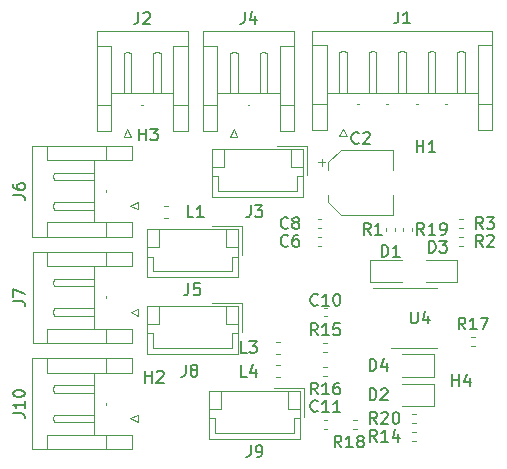
<source format=gbr>
%TF.GenerationSoftware,KiCad,Pcbnew,8.0.1*%
%TF.CreationDate,2024-04-14T22:55:27+02:00*%
%TF.ProjectId,printhead-pcb,7072696e-7468-4656-9164-2d7063622e6b,rev?*%
%TF.SameCoordinates,Original*%
%TF.FileFunction,Legend,Top*%
%TF.FilePolarity,Positive*%
%FSLAX46Y46*%
G04 Gerber Fmt 4.6, Leading zero omitted, Abs format (unit mm)*
G04 Created by KiCad (PCBNEW 8.0.1) date 2024-04-14 22:55:27*
%MOMM*%
%LPD*%
G01*
G04 APERTURE LIST*
%ADD10C,0.150000*%
%ADD11C,0.120000*%
G04 APERTURE END LIST*
D10*
X131261905Y-66304819D02*
X131261905Y-65304819D01*
X131261905Y-65304819D02*
X131500000Y-65304819D01*
X131500000Y-65304819D02*
X131642857Y-65352438D01*
X131642857Y-65352438D02*
X131738095Y-65447676D01*
X131738095Y-65447676D02*
X131785714Y-65542914D01*
X131785714Y-65542914D02*
X131833333Y-65733390D01*
X131833333Y-65733390D02*
X131833333Y-65876247D01*
X131833333Y-65876247D02*
X131785714Y-66066723D01*
X131785714Y-66066723D02*
X131738095Y-66161961D01*
X131738095Y-66161961D02*
X131642857Y-66257200D01*
X131642857Y-66257200D02*
X131500000Y-66304819D01*
X131500000Y-66304819D02*
X131261905Y-66304819D01*
X132785714Y-66304819D02*
X132214286Y-66304819D01*
X132500000Y-66304819D02*
X132500000Y-65304819D01*
X132500000Y-65304819D02*
X132404762Y-65447676D01*
X132404762Y-65447676D02*
X132309524Y-65542914D01*
X132309524Y-65542914D02*
X132214286Y-65590533D01*
X100054819Y-61083333D02*
X100769104Y-61083333D01*
X100769104Y-61083333D02*
X100911961Y-61130952D01*
X100911961Y-61130952D02*
X101007200Y-61226190D01*
X101007200Y-61226190D02*
X101054819Y-61369047D01*
X101054819Y-61369047D02*
X101054819Y-61464285D01*
X100054819Y-60178571D02*
X100054819Y-60369047D01*
X100054819Y-60369047D02*
X100102438Y-60464285D01*
X100102438Y-60464285D02*
X100150057Y-60511904D01*
X100150057Y-60511904D02*
X100292914Y-60607142D01*
X100292914Y-60607142D02*
X100483390Y-60654761D01*
X100483390Y-60654761D02*
X100864342Y-60654761D01*
X100864342Y-60654761D02*
X100959580Y-60607142D01*
X100959580Y-60607142D02*
X101007200Y-60559523D01*
X101007200Y-60559523D02*
X101054819Y-60464285D01*
X101054819Y-60464285D02*
X101054819Y-60273809D01*
X101054819Y-60273809D02*
X101007200Y-60178571D01*
X101007200Y-60178571D02*
X100959580Y-60130952D01*
X100959580Y-60130952D02*
X100864342Y-60083333D01*
X100864342Y-60083333D02*
X100626247Y-60083333D01*
X100626247Y-60083333D02*
X100531009Y-60130952D01*
X100531009Y-60130952D02*
X100483390Y-60178571D01*
X100483390Y-60178571D02*
X100435771Y-60273809D01*
X100435771Y-60273809D02*
X100435771Y-60464285D01*
X100435771Y-60464285D02*
X100483390Y-60559523D01*
X100483390Y-60559523D02*
X100531009Y-60607142D01*
X100531009Y-60607142D02*
X100626247Y-60654761D01*
X130857142Y-81954819D02*
X130523809Y-81478628D01*
X130285714Y-81954819D02*
X130285714Y-80954819D01*
X130285714Y-80954819D02*
X130666666Y-80954819D01*
X130666666Y-80954819D02*
X130761904Y-81002438D01*
X130761904Y-81002438D02*
X130809523Y-81050057D01*
X130809523Y-81050057D02*
X130857142Y-81145295D01*
X130857142Y-81145295D02*
X130857142Y-81288152D01*
X130857142Y-81288152D02*
X130809523Y-81383390D01*
X130809523Y-81383390D02*
X130761904Y-81431009D01*
X130761904Y-81431009D02*
X130666666Y-81478628D01*
X130666666Y-81478628D02*
X130285714Y-81478628D01*
X131809523Y-81954819D02*
X131238095Y-81954819D01*
X131523809Y-81954819D02*
X131523809Y-80954819D01*
X131523809Y-80954819D02*
X131428571Y-81097676D01*
X131428571Y-81097676D02*
X131333333Y-81192914D01*
X131333333Y-81192914D02*
X131238095Y-81240533D01*
X132666666Y-81288152D02*
X132666666Y-81954819D01*
X132428571Y-80907200D02*
X132190476Y-81621485D01*
X132190476Y-81621485D02*
X132809523Y-81621485D01*
X137238095Y-77254819D02*
X137238095Y-76254819D01*
X137238095Y-76731009D02*
X137809523Y-76731009D01*
X137809523Y-77254819D02*
X137809523Y-76254819D01*
X138714285Y-76588152D02*
X138714285Y-77254819D01*
X138476190Y-76207200D02*
X138238095Y-76921485D01*
X138238095Y-76921485D02*
X138857142Y-76921485D01*
X130261905Y-78454819D02*
X130261905Y-77454819D01*
X130261905Y-77454819D02*
X130500000Y-77454819D01*
X130500000Y-77454819D02*
X130642857Y-77502438D01*
X130642857Y-77502438D02*
X130738095Y-77597676D01*
X130738095Y-77597676D02*
X130785714Y-77692914D01*
X130785714Y-77692914D02*
X130833333Y-77883390D01*
X130833333Y-77883390D02*
X130833333Y-78026247D01*
X130833333Y-78026247D02*
X130785714Y-78216723D01*
X130785714Y-78216723D02*
X130738095Y-78311961D01*
X130738095Y-78311961D02*
X130642857Y-78407200D01*
X130642857Y-78407200D02*
X130500000Y-78454819D01*
X130500000Y-78454819D02*
X130261905Y-78454819D01*
X131214286Y-77550057D02*
X131261905Y-77502438D01*
X131261905Y-77502438D02*
X131357143Y-77454819D01*
X131357143Y-77454819D02*
X131595238Y-77454819D01*
X131595238Y-77454819D02*
X131690476Y-77502438D01*
X131690476Y-77502438D02*
X131738095Y-77550057D01*
X131738095Y-77550057D02*
X131785714Y-77645295D01*
X131785714Y-77645295D02*
X131785714Y-77740533D01*
X131785714Y-77740533D02*
X131738095Y-77883390D01*
X131738095Y-77883390D02*
X131166667Y-78454819D01*
X131166667Y-78454819D02*
X131785714Y-78454819D01*
X127857142Y-82454819D02*
X127523809Y-81978628D01*
X127285714Y-82454819D02*
X127285714Y-81454819D01*
X127285714Y-81454819D02*
X127666666Y-81454819D01*
X127666666Y-81454819D02*
X127761904Y-81502438D01*
X127761904Y-81502438D02*
X127809523Y-81550057D01*
X127809523Y-81550057D02*
X127857142Y-81645295D01*
X127857142Y-81645295D02*
X127857142Y-81788152D01*
X127857142Y-81788152D02*
X127809523Y-81883390D01*
X127809523Y-81883390D02*
X127761904Y-81931009D01*
X127761904Y-81931009D02*
X127666666Y-81978628D01*
X127666666Y-81978628D02*
X127285714Y-81978628D01*
X128809523Y-82454819D02*
X128238095Y-82454819D01*
X128523809Y-82454819D02*
X128523809Y-81454819D01*
X128523809Y-81454819D02*
X128428571Y-81597676D01*
X128428571Y-81597676D02*
X128333333Y-81692914D01*
X128333333Y-81692914D02*
X128238095Y-81740533D01*
X129380952Y-81883390D02*
X129285714Y-81835771D01*
X129285714Y-81835771D02*
X129238095Y-81788152D01*
X129238095Y-81788152D02*
X129190476Y-81692914D01*
X129190476Y-81692914D02*
X129190476Y-81645295D01*
X129190476Y-81645295D02*
X129238095Y-81550057D01*
X129238095Y-81550057D02*
X129285714Y-81502438D01*
X129285714Y-81502438D02*
X129380952Y-81454819D01*
X129380952Y-81454819D02*
X129571428Y-81454819D01*
X129571428Y-81454819D02*
X129666666Y-81502438D01*
X129666666Y-81502438D02*
X129714285Y-81550057D01*
X129714285Y-81550057D02*
X129761904Y-81645295D01*
X129761904Y-81645295D02*
X129761904Y-81692914D01*
X129761904Y-81692914D02*
X129714285Y-81788152D01*
X129714285Y-81788152D02*
X129666666Y-81835771D01*
X129666666Y-81835771D02*
X129571428Y-81883390D01*
X129571428Y-81883390D02*
X129380952Y-81883390D01*
X129380952Y-81883390D02*
X129285714Y-81931009D01*
X129285714Y-81931009D02*
X129238095Y-81978628D01*
X129238095Y-81978628D02*
X129190476Y-82073866D01*
X129190476Y-82073866D02*
X129190476Y-82264342D01*
X129190476Y-82264342D02*
X129238095Y-82359580D01*
X129238095Y-82359580D02*
X129285714Y-82407200D01*
X129285714Y-82407200D02*
X129380952Y-82454819D01*
X129380952Y-82454819D02*
X129571428Y-82454819D01*
X129571428Y-82454819D02*
X129666666Y-82407200D01*
X129666666Y-82407200D02*
X129714285Y-82359580D01*
X129714285Y-82359580D02*
X129761904Y-82264342D01*
X129761904Y-82264342D02*
X129761904Y-82073866D01*
X129761904Y-82073866D02*
X129714285Y-81978628D01*
X129714285Y-81978628D02*
X129666666Y-81931009D01*
X129666666Y-81931009D02*
X129571428Y-81883390D01*
X129333333Y-56659580D02*
X129285714Y-56707200D01*
X129285714Y-56707200D02*
X129142857Y-56754819D01*
X129142857Y-56754819D02*
X129047619Y-56754819D01*
X129047619Y-56754819D02*
X128904762Y-56707200D01*
X128904762Y-56707200D02*
X128809524Y-56611961D01*
X128809524Y-56611961D02*
X128761905Y-56516723D01*
X128761905Y-56516723D02*
X128714286Y-56326247D01*
X128714286Y-56326247D02*
X128714286Y-56183390D01*
X128714286Y-56183390D02*
X128761905Y-55992914D01*
X128761905Y-55992914D02*
X128809524Y-55897676D01*
X128809524Y-55897676D02*
X128904762Y-55802438D01*
X128904762Y-55802438D02*
X129047619Y-55754819D01*
X129047619Y-55754819D02*
X129142857Y-55754819D01*
X129142857Y-55754819D02*
X129285714Y-55802438D01*
X129285714Y-55802438D02*
X129333333Y-55850057D01*
X129714286Y-55850057D02*
X129761905Y-55802438D01*
X129761905Y-55802438D02*
X129857143Y-55754819D01*
X129857143Y-55754819D02*
X130095238Y-55754819D01*
X130095238Y-55754819D02*
X130190476Y-55802438D01*
X130190476Y-55802438D02*
X130238095Y-55850057D01*
X130238095Y-55850057D02*
X130285714Y-55945295D01*
X130285714Y-55945295D02*
X130285714Y-56040533D01*
X130285714Y-56040533D02*
X130238095Y-56183390D01*
X130238095Y-56183390D02*
X129666667Y-56754819D01*
X129666667Y-56754819D02*
X130285714Y-56754819D01*
X125857142Y-77954819D02*
X125523809Y-77478628D01*
X125285714Y-77954819D02*
X125285714Y-76954819D01*
X125285714Y-76954819D02*
X125666666Y-76954819D01*
X125666666Y-76954819D02*
X125761904Y-77002438D01*
X125761904Y-77002438D02*
X125809523Y-77050057D01*
X125809523Y-77050057D02*
X125857142Y-77145295D01*
X125857142Y-77145295D02*
X125857142Y-77288152D01*
X125857142Y-77288152D02*
X125809523Y-77383390D01*
X125809523Y-77383390D02*
X125761904Y-77431009D01*
X125761904Y-77431009D02*
X125666666Y-77478628D01*
X125666666Y-77478628D02*
X125285714Y-77478628D01*
X126809523Y-77954819D02*
X126238095Y-77954819D01*
X126523809Y-77954819D02*
X126523809Y-76954819D01*
X126523809Y-76954819D02*
X126428571Y-77097676D01*
X126428571Y-77097676D02*
X126333333Y-77192914D01*
X126333333Y-77192914D02*
X126238095Y-77240533D01*
X127666666Y-76954819D02*
X127476190Y-76954819D01*
X127476190Y-76954819D02*
X127380952Y-77002438D01*
X127380952Y-77002438D02*
X127333333Y-77050057D01*
X127333333Y-77050057D02*
X127238095Y-77192914D01*
X127238095Y-77192914D02*
X127190476Y-77383390D01*
X127190476Y-77383390D02*
X127190476Y-77764342D01*
X127190476Y-77764342D02*
X127238095Y-77859580D01*
X127238095Y-77859580D02*
X127285714Y-77907200D01*
X127285714Y-77907200D02*
X127380952Y-77954819D01*
X127380952Y-77954819D02*
X127571428Y-77954819D01*
X127571428Y-77954819D02*
X127666666Y-77907200D01*
X127666666Y-77907200D02*
X127714285Y-77859580D01*
X127714285Y-77859580D02*
X127761904Y-77764342D01*
X127761904Y-77764342D02*
X127761904Y-77526247D01*
X127761904Y-77526247D02*
X127714285Y-77431009D01*
X127714285Y-77431009D02*
X127666666Y-77383390D01*
X127666666Y-77383390D02*
X127571428Y-77335771D01*
X127571428Y-77335771D02*
X127380952Y-77335771D01*
X127380952Y-77335771D02*
X127285714Y-77383390D01*
X127285714Y-77383390D02*
X127238095Y-77431009D01*
X127238095Y-77431009D02*
X127190476Y-77526247D01*
X114916666Y-68554819D02*
X114916666Y-69269104D01*
X114916666Y-69269104D02*
X114869047Y-69411961D01*
X114869047Y-69411961D02*
X114773809Y-69507200D01*
X114773809Y-69507200D02*
X114630952Y-69554819D01*
X114630952Y-69554819D02*
X114535714Y-69554819D01*
X115869047Y-68554819D02*
X115392857Y-68554819D01*
X115392857Y-68554819D02*
X115345238Y-69031009D01*
X115345238Y-69031009D02*
X115392857Y-68983390D01*
X115392857Y-68983390D02*
X115488095Y-68935771D01*
X115488095Y-68935771D02*
X115726190Y-68935771D01*
X115726190Y-68935771D02*
X115821428Y-68983390D01*
X115821428Y-68983390D02*
X115869047Y-69031009D01*
X115869047Y-69031009D02*
X115916666Y-69126247D01*
X115916666Y-69126247D02*
X115916666Y-69364342D01*
X115916666Y-69364342D02*
X115869047Y-69459580D01*
X115869047Y-69459580D02*
X115821428Y-69507200D01*
X115821428Y-69507200D02*
X115726190Y-69554819D01*
X115726190Y-69554819D02*
X115488095Y-69554819D01*
X115488095Y-69554819D02*
X115392857Y-69507200D01*
X115392857Y-69507200D02*
X115345238Y-69459580D01*
X130333333Y-64454819D02*
X130000000Y-63978628D01*
X129761905Y-64454819D02*
X129761905Y-63454819D01*
X129761905Y-63454819D02*
X130142857Y-63454819D01*
X130142857Y-63454819D02*
X130238095Y-63502438D01*
X130238095Y-63502438D02*
X130285714Y-63550057D01*
X130285714Y-63550057D02*
X130333333Y-63645295D01*
X130333333Y-63645295D02*
X130333333Y-63788152D01*
X130333333Y-63788152D02*
X130285714Y-63883390D01*
X130285714Y-63883390D02*
X130238095Y-63931009D01*
X130238095Y-63931009D02*
X130142857Y-63978628D01*
X130142857Y-63978628D02*
X129761905Y-63978628D01*
X131285714Y-64454819D02*
X130714286Y-64454819D01*
X131000000Y-64454819D02*
X131000000Y-63454819D01*
X131000000Y-63454819D02*
X130904762Y-63597676D01*
X130904762Y-63597676D02*
X130809524Y-63692914D01*
X130809524Y-63692914D02*
X130714286Y-63740533D01*
X115333333Y-62954819D02*
X114857143Y-62954819D01*
X114857143Y-62954819D02*
X114857143Y-61954819D01*
X116190476Y-62954819D02*
X115619048Y-62954819D01*
X115904762Y-62954819D02*
X115904762Y-61954819D01*
X115904762Y-61954819D02*
X115809524Y-62097676D01*
X115809524Y-62097676D02*
X115714286Y-62192914D01*
X115714286Y-62192914D02*
X115619048Y-62240533D01*
X134857142Y-64454819D02*
X134523809Y-63978628D01*
X134285714Y-64454819D02*
X134285714Y-63454819D01*
X134285714Y-63454819D02*
X134666666Y-63454819D01*
X134666666Y-63454819D02*
X134761904Y-63502438D01*
X134761904Y-63502438D02*
X134809523Y-63550057D01*
X134809523Y-63550057D02*
X134857142Y-63645295D01*
X134857142Y-63645295D02*
X134857142Y-63788152D01*
X134857142Y-63788152D02*
X134809523Y-63883390D01*
X134809523Y-63883390D02*
X134761904Y-63931009D01*
X134761904Y-63931009D02*
X134666666Y-63978628D01*
X134666666Y-63978628D02*
X134285714Y-63978628D01*
X135809523Y-64454819D02*
X135238095Y-64454819D01*
X135523809Y-64454819D02*
X135523809Y-63454819D01*
X135523809Y-63454819D02*
X135428571Y-63597676D01*
X135428571Y-63597676D02*
X135333333Y-63692914D01*
X135333333Y-63692914D02*
X135238095Y-63740533D01*
X136285714Y-64454819D02*
X136476190Y-64454819D01*
X136476190Y-64454819D02*
X136571428Y-64407200D01*
X136571428Y-64407200D02*
X136619047Y-64359580D01*
X136619047Y-64359580D02*
X136714285Y-64216723D01*
X136714285Y-64216723D02*
X136761904Y-64026247D01*
X136761904Y-64026247D02*
X136761904Y-63645295D01*
X136761904Y-63645295D02*
X136714285Y-63550057D01*
X136714285Y-63550057D02*
X136666666Y-63502438D01*
X136666666Y-63502438D02*
X136571428Y-63454819D01*
X136571428Y-63454819D02*
X136380952Y-63454819D01*
X136380952Y-63454819D02*
X136285714Y-63502438D01*
X136285714Y-63502438D02*
X136238095Y-63550057D01*
X136238095Y-63550057D02*
X136190476Y-63645295D01*
X136190476Y-63645295D02*
X136190476Y-63883390D01*
X136190476Y-63883390D02*
X136238095Y-63978628D01*
X136238095Y-63978628D02*
X136285714Y-64026247D01*
X136285714Y-64026247D02*
X136380952Y-64073866D01*
X136380952Y-64073866D02*
X136571428Y-64073866D01*
X136571428Y-64073866D02*
X136666666Y-64026247D01*
X136666666Y-64026247D02*
X136714285Y-63978628D01*
X136714285Y-63978628D02*
X136761904Y-63883390D01*
X125857142Y-70359580D02*
X125809523Y-70407200D01*
X125809523Y-70407200D02*
X125666666Y-70454819D01*
X125666666Y-70454819D02*
X125571428Y-70454819D01*
X125571428Y-70454819D02*
X125428571Y-70407200D01*
X125428571Y-70407200D02*
X125333333Y-70311961D01*
X125333333Y-70311961D02*
X125285714Y-70216723D01*
X125285714Y-70216723D02*
X125238095Y-70026247D01*
X125238095Y-70026247D02*
X125238095Y-69883390D01*
X125238095Y-69883390D02*
X125285714Y-69692914D01*
X125285714Y-69692914D02*
X125333333Y-69597676D01*
X125333333Y-69597676D02*
X125428571Y-69502438D01*
X125428571Y-69502438D02*
X125571428Y-69454819D01*
X125571428Y-69454819D02*
X125666666Y-69454819D01*
X125666666Y-69454819D02*
X125809523Y-69502438D01*
X125809523Y-69502438D02*
X125857142Y-69550057D01*
X126809523Y-70454819D02*
X126238095Y-70454819D01*
X126523809Y-70454819D02*
X126523809Y-69454819D01*
X126523809Y-69454819D02*
X126428571Y-69597676D01*
X126428571Y-69597676D02*
X126333333Y-69692914D01*
X126333333Y-69692914D02*
X126238095Y-69740533D01*
X127428571Y-69454819D02*
X127523809Y-69454819D01*
X127523809Y-69454819D02*
X127619047Y-69502438D01*
X127619047Y-69502438D02*
X127666666Y-69550057D01*
X127666666Y-69550057D02*
X127714285Y-69645295D01*
X127714285Y-69645295D02*
X127761904Y-69835771D01*
X127761904Y-69835771D02*
X127761904Y-70073866D01*
X127761904Y-70073866D02*
X127714285Y-70264342D01*
X127714285Y-70264342D02*
X127666666Y-70359580D01*
X127666666Y-70359580D02*
X127619047Y-70407200D01*
X127619047Y-70407200D02*
X127523809Y-70454819D01*
X127523809Y-70454819D02*
X127428571Y-70454819D01*
X127428571Y-70454819D02*
X127333333Y-70407200D01*
X127333333Y-70407200D02*
X127285714Y-70359580D01*
X127285714Y-70359580D02*
X127238095Y-70264342D01*
X127238095Y-70264342D02*
X127190476Y-70073866D01*
X127190476Y-70073866D02*
X127190476Y-69835771D01*
X127190476Y-69835771D02*
X127238095Y-69645295D01*
X127238095Y-69645295D02*
X127285714Y-69550057D01*
X127285714Y-69550057D02*
X127333333Y-69502438D01*
X127333333Y-69502438D02*
X127428571Y-69454819D01*
X130857142Y-80454819D02*
X130523809Y-79978628D01*
X130285714Y-80454819D02*
X130285714Y-79454819D01*
X130285714Y-79454819D02*
X130666666Y-79454819D01*
X130666666Y-79454819D02*
X130761904Y-79502438D01*
X130761904Y-79502438D02*
X130809523Y-79550057D01*
X130809523Y-79550057D02*
X130857142Y-79645295D01*
X130857142Y-79645295D02*
X130857142Y-79788152D01*
X130857142Y-79788152D02*
X130809523Y-79883390D01*
X130809523Y-79883390D02*
X130761904Y-79931009D01*
X130761904Y-79931009D02*
X130666666Y-79978628D01*
X130666666Y-79978628D02*
X130285714Y-79978628D01*
X131238095Y-79550057D02*
X131285714Y-79502438D01*
X131285714Y-79502438D02*
X131380952Y-79454819D01*
X131380952Y-79454819D02*
X131619047Y-79454819D01*
X131619047Y-79454819D02*
X131714285Y-79502438D01*
X131714285Y-79502438D02*
X131761904Y-79550057D01*
X131761904Y-79550057D02*
X131809523Y-79645295D01*
X131809523Y-79645295D02*
X131809523Y-79740533D01*
X131809523Y-79740533D02*
X131761904Y-79883390D01*
X131761904Y-79883390D02*
X131190476Y-80454819D01*
X131190476Y-80454819D02*
X131809523Y-80454819D01*
X132428571Y-79454819D02*
X132523809Y-79454819D01*
X132523809Y-79454819D02*
X132619047Y-79502438D01*
X132619047Y-79502438D02*
X132666666Y-79550057D01*
X132666666Y-79550057D02*
X132714285Y-79645295D01*
X132714285Y-79645295D02*
X132761904Y-79835771D01*
X132761904Y-79835771D02*
X132761904Y-80073866D01*
X132761904Y-80073866D02*
X132714285Y-80264342D01*
X132714285Y-80264342D02*
X132666666Y-80359580D01*
X132666666Y-80359580D02*
X132619047Y-80407200D01*
X132619047Y-80407200D02*
X132523809Y-80454819D01*
X132523809Y-80454819D02*
X132428571Y-80454819D01*
X132428571Y-80454819D02*
X132333333Y-80407200D01*
X132333333Y-80407200D02*
X132285714Y-80359580D01*
X132285714Y-80359580D02*
X132238095Y-80264342D01*
X132238095Y-80264342D02*
X132190476Y-80073866D01*
X132190476Y-80073866D02*
X132190476Y-79835771D01*
X132190476Y-79835771D02*
X132238095Y-79645295D01*
X132238095Y-79645295D02*
X132285714Y-79550057D01*
X132285714Y-79550057D02*
X132333333Y-79502438D01*
X132333333Y-79502438D02*
X132428571Y-79454819D01*
X138357142Y-72454819D02*
X138023809Y-71978628D01*
X137785714Y-72454819D02*
X137785714Y-71454819D01*
X137785714Y-71454819D02*
X138166666Y-71454819D01*
X138166666Y-71454819D02*
X138261904Y-71502438D01*
X138261904Y-71502438D02*
X138309523Y-71550057D01*
X138309523Y-71550057D02*
X138357142Y-71645295D01*
X138357142Y-71645295D02*
X138357142Y-71788152D01*
X138357142Y-71788152D02*
X138309523Y-71883390D01*
X138309523Y-71883390D02*
X138261904Y-71931009D01*
X138261904Y-71931009D02*
X138166666Y-71978628D01*
X138166666Y-71978628D02*
X137785714Y-71978628D01*
X139309523Y-72454819D02*
X138738095Y-72454819D01*
X139023809Y-72454819D02*
X139023809Y-71454819D01*
X139023809Y-71454819D02*
X138928571Y-71597676D01*
X138928571Y-71597676D02*
X138833333Y-71692914D01*
X138833333Y-71692914D02*
X138738095Y-71740533D01*
X139642857Y-71454819D02*
X140309523Y-71454819D01*
X140309523Y-71454819D02*
X139880952Y-72454819D01*
X119833333Y-76454819D02*
X119357143Y-76454819D01*
X119357143Y-76454819D02*
X119357143Y-75454819D01*
X120595238Y-75788152D02*
X120595238Y-76454819D01*
X120357143Y-75407200D02*
X120119048Y-76121485D01*
X120119048Y-76121485D02*
X120738095Y-76121485D01*
X119666666Y-45587319D02*
X119666666Y-46301604D01*
X119666666Y-46301604D02*
X119619047Y-46444461D01*
X119619047Y-46444461D02*
X119523809Y-46539700D01*
X119523809Y-46539700D02*
X119380952Y-46587319D01*
X119380952Y-46587319D02*
X119285714Y-46587319D01*
X120571428Y-45920652D02*
X120571428Y-46587319D01*
X120333333Y-45539700D02*
X120095238Y-46253985D01*
X120095238Y-46253985D02*
X120714285Y-46253985D01*
X139833333Y-63954819D02*
X139500000Y-63478628D01*
X139261905Y-63954819D02*
X139261905Y-62954819D01*
X139261905Y-62954819D02*
X139642857Y-62954819D01*
X139642857Y-62954819D02*
X139738095Y-63002438D01*
X139738095Y-63002438D02*
X139785714Y-63050057D01*
X139785714Y-63050057D02*
X139833333Y-63145295D01*
X139833333Y-63145295D02*
X139833333Y-63288152D01*
X139833333Y-63288152D02*
X139785714Y-63383390D01*
X139785714Y-63383390D02*
X139738095Y-63431009D01*
X139738095Y-63431009D02*
X139642857Y-63478628D01*
X139642857Y-63478628D02*
X139261905Y-63478628D01*
X140166667Y-62954819D02*
X140785714Y-62954819D01*
X140785714Y-62954819D02*
X140452381Y-63335771D01*
X140452381Y-63335771D02*
X140595238Y-63335771D01*
X140595238Y-63335771D02*
X140690476Y-63383390D01*
X140690476Y-63383390D02*
X140738095Y-63431009D01*
X140738095Y-63431009D02*
X140785714Y-63526247D01*
X140785714Y-63526247D02*
X140785714Y-63764342D01*
X140785714Y-63764342D02*
X140738095Y-63859580D01*
X140738095Y-63859580D02*
X140690476Y-63907200D01*
X140690476Y-63907200D02*
X140595238Y-63954819D01*
X140595238Y-63954819D02*
X140309524Y-63954819D01*
X140309524Y-63954819D02*
X140214286Y-63907200D01*
X140214286Y-63907200D02*
X140166667Y-63859580D01*
X125857142Y-72954819D02*
X125523809Y-72478628D01*
X125285714Y-72954819D02*
X125285714Y-71954819D01*
X125285714Y-71954819D02*
X125666666Y-71954819D01*
X125666666Y-71954819D02*
X125761904Y-72002438D01*
X125761904Y-72002438D02*
X125809523Y-72050057D01*
X125809523Y-72050057D02*
X125857142Y-72145295D01*
X125857142Y-72145295D02*
X125857142Y-72288152D01*
X125857142Y-72288152D02*
X125809523Y-72383390D01*
X125809523Y-72383390D02*
X125761904Y-72431009D01*
X125761904Y-72431009D02*
X125666666Y-72478628D01*
X125666666Y-72478628D02*
X125285714Y-72478628D01*
X126809523Y-72954819D02*
X126238095Y-72954819D01*
X126523809Y-72954819D02*
X126523809Y-71954819D01*
X126523809Y-71954819D02*
X126428571Y-72097676D01*
X126428571Y-72097676D02*
X126333333Y-72192914D01*
X126333333Y-72192914D02*
X126238095Y-72240533D01*
X127714285Y-71954819D02*
X127238095Y-71954819D01*
X127238095Y-71954819D02*
X127190476Y-72431009D01*
X127190476Y-72431009D02*
X127238095Y-72383390D01*
X127238095Y-72383390D02*
X127333333Y-72335771D01*
X127333333Y-72335771D02*
X127571428Y-72335771D01*
X127571428Y-72335771D02*
X127666666Y-72383390D01*
X127666666Y-72383390D02*
X127714285Y-72431009D01*
X127714285Y-72431009D02*
X127761904Y-72526247D01*
X127761904Y-72526247D02*
X127761904Y-72764342D01*
X127761904Y-72764342D02*
X127714285Y-72859580D01*
X127714285Y-72859580D02*
X127666666Y-72907200D01*
X127666666Y-72907200D02*
X127571428Y-72954819D01*
X127571428Y-72954819D02*
X127333333Y-72954819D01*
X127333333Y-72954819D02*
X127238095Y-72907200D01*
X127238095Y-72907200D02*
X127190476Y-72859580D01*
X130261905Y-75954819D02*
X130261905Y-74954819D01*
X130261905Y-74954819D02*
X130500000Y-74954819D01*
X130500000Y-74954819D02*
X130642857Y-75002438D01*
X130642857Y-75002438D02*
X130738095Y-75097676D01*
X130738095Y-75097676D02*
X130785714Y-75192914D01*
X130785714Y-75192914D02*
X130833333Y-75383390D01*
X130833333Y-75383390D02*
X130833333Y-75526247D01*
X130833333Y-75526247D02*
X130785714Y-75716723D01*
X130785714Y-75716723D02*
X130738095Y-75811961D01*
X130738095Y-75811961D02*
X130642857Y-75907200D01*
X130642857Y-75907200D02*
X130500000Y-75954819D01*
X130500000Y-75954819D02*
X130261905Y-75954819D01*
X131690476Y-75288152D02*
X131690476Y-75954819D01*
X131452381Y-74907200D02*
X131214286Y-75621485D01*
X131214286Y-75621485D02*
X131833333Y-75621485D01*
X135261905Y-65954819D02*
X135261905Y-64954819D01*
X135261905Y-64954819D02*
X135500000Y-64954819D01*
X135500000Y-64954819D02*
X135642857Y-65002438D01*
X135642857Y-65002438D02*
X135738095Y-65097676D01*
X135738095Y-65097676D02*
X135785714Y-65192914D01*
X135785714Y-65192914D02*
X135833333Y-65383390D01*
X135833333Y-65383390D02*
X135833333Y-65526247D01*
X135833333Y-65526247D02*
X135785714Y-65716723D01*
X135785714Y-65716723D02*
X135738095Y-65811961D01*
X135738095Y-65811961D02*
X135642857Y-65907200D01*
X135642857Y-65907200D02*
X135500000Y-65954819D01*
X135500000Y-65954819D02*
X135261905Y-65954819D01*
X136166667Y-64954819D02*
X136785714Y-64954819D01*
X136785714Y-64954819D02*
X136452381Y-65335771D01*
X136452381Y-65335771D02*
X136595238Y-65335771D01*
X136595238Y-65335771D02*
X136690476Y-65383390D01*
X136690476Y-65383390D02*
X136738095Y-65431009D01*
X136738095Y-65431009D02*
X136785714Y-65526247D01*
X136785714Y-65526247D02*
X136785714Y-65764342D01*
X136785714Y-65764342D02*
X136738095Y-65859580D01*
X136738095Y-65859580D02*
X136690476Y-65907200D01*
X136690476Y-65907200D02*
X136595238Y-65954819D01*
X136595238Y-65954819D02*
X136309524Y-65954819D01*
X136309524Y-65954819D02*
X136214286Y-65907200D01*
X136214286Y-65907200D02*
X136166667Y-65859580D01*
X119833333Y-74454819D02*
X119357143Y-74454819D01*
X119357143Y-74454819D02*
X119357143Y-73454819D01*
X120071429Y-73454819D02*
X120690476Y-73454819D01*
X120690476Y-73454819D02*
X120357143Y-73835771D01*
X120357143Y-73835771D02*
X120500000Y-73835771D01*
X120500000Y-73835771D02*
X120595238Y-73883390D01*
X120595238Y-73883390D02*
X120642857Y-73931009D01*
X120642857Y-73931009D02*
X120690476Y-74026247D01*
X120690476Y-74026247D02*
X120690476Y-74264342D01*
X120690476Y-74264342D02*
X120642857Y-74359580D01*
X120642857Y-74359580D02*
X120595238Y-74407200D01*
X120595238Y-74407200D02*
X120500000Y-74454819D01*
X120500000Y-74454819D02*
X120214286Y-74454819D01*
X120214286Y-74454819D02*
X120119048Y-74407200D01*
X120119048Y-74407200D02*
X120071429Y-74359580D01*
X111238095Y-76954819D02*
X111238095Y-75954819D01*
X111238095Y-76431009D02*
X111809523Y-76431009D01*
X111809523Y-76954819D02*
X111809523Y-75954819D01*
X112238095Y-76050057D02*
X112285714Y-76002438D01*
X112285714Y-76002438D02*
X112380952Y-75954819D01*
X112380952Y-75954819D02*
X112619047Y-75954819D01*
X112619047Y-75954819D02*
X112714285Y-76002438D01*
X112714285Y-76002438D02*
X112761904Y-76050057D01*
X112761904Y-76050057D02*
X112809523Y-76145295D01*
X112809523Y-76145295D02*
X112809523Y-76240533D01*
X112809523Y-76240533D02*
X112761904Y-76383390D01*
X112761904Y-76383390D02*
X112190476Y-76954819D01*
X112190476Y-76954819D02*
X112809523Y-76954819D01*
X133738095Y-70954819D02*
X133738095Y-71764342D01*
X133738095Y-71764342D02*
X133785714Y-71859580D01*
X133785714Y-71859580D02*
X133833333Y-71907200D01*
X133833333Y-71907200D02*
X133928571Y-71954819D01*
X133928571Y-71954819D02*
X134119047Y-71954819D01*
X134119047Y-71954819D02*
X134214285Y-71907200D01*
X134214285Y-71907200D02*
X134261904Y-71859580D01*
X134261904Y-71859580D02*
X134309523Y-71764342D01*
X134309523Y-71764342D02*
X134309523Y-70954819D01*
X135214285Y-71288152D02*
X135214285Y-71954819D01*
X134976190Y-70907200D02*
X134738095Y-71621485D01*
X134738095Y-71621485D02*
X135357142Y-71621485D01*
X132666666Y-45554819D02*
X132666666Y-46269104D01*
X132666666Y-46269104D02*
X132619047Y-46411961D01*
X132619047Y-46411961D02*
X132523809Y-46507200D01*
X132523809Y-46507200D02*
X132380952Y-46554819D01*
X132380952Y-46554819D02*
X132285714Y-46554819D01*
X133666666Y-46554819D02*
X133095238Y-46554819D01*
X133380952Y-46554819D02*
X133380952Y-45554819D01*
X133380952Y-45554819D02*
X133285714Y-45697676D01*
X133285714Y-45697676D02*
X133190476Y-45792914D01*
X133190476Y-45792914D02*
X133095238Y-45840533D01*
X110738095Y-56454819D02*
X110738095Y-55454819D01*
X110738095Y-55931009D02*
X111309523Y-55931009D01*
X111309523Y-56454819D02*
X111309523Y-55454819D01*
X111690476Y-55454819D02*
X112309523Y-55454819D01*
X112309523Y-55454819D02*
X111976190Y-55835771D01*
X111976190Y-55835771D02*
X112119047Y-55835771D01*
X112119047Y-55835771D02*
X112214285Y-55883390D01*
X112214285Y-55883390D02*
X112261904Y-55931009D01*
X112261904Y-55931009D02*
X112309523Y-56026247D01*
X112309523Y-56026247D02*
X112309523Y-56264342D01*
X112309523Y-56264342D02*
X112261904Y-56359580D01*
X112261904Y-56359580D02*
X112214285Y-56407200D01*
X112214285Y-56407200D02*
X112119047Y-56454819D01*
X112119047Y-56454819D02*
X111833333Y-56454819D01*
X111833333Y-56454819D02*
X111738095Y-56407200D01*
X111738095Y-56407200D02*
X111690476Y-56359580D01*
X125857142Y-79359580D02*
X125809523Y-79407200D01*
X125809523Y-79407200D02*
X125666666Y-79454819D01*
X125666666Y-79454819D02*
X125571428Y-79454819D01*
X125571428Y-79454819D02*
X125428571Y-79407200D01*
X125428571Y-79407200D02*
X125333333Y-79311961D01*
X125333333Y-79311961D02*
X125285714Y-79216723D01*
X125285714Y-79216723D02*
X125238095Y-79026247D01*
X125238095Y-79026247D02*
X125238095Y-78883390D01*
X125238095Y-78883390D02*
X125285714Y-78692914D01*
X125285714Y-78692914D02*
X125333333Y-78597676D01*
X125333333Y-78597676D02*
X125428571Y-78502438D01*
X125428571Y-78502438D02*
X125571428Y-78454819D01*
X125571428Y-78454819D02*
X125666666Y-78454819D01*
X125666666Y-78454819D02*
X125809523Y-78502438D01*
X125809523Y-78502438D02*
X125857142Y-78550057D01*
X126809523Y-79454819D02*
X126238095Y-79454819D01*
X126523809Y-79454819D02*
X126523809Y-78454819D01*
X126523809Y-78454819D02*
X126428571Y-78597676D01*
X126428571Y-78597676D02*
X126333333Y-78692914D01*
X126333333Y-78692914D02*
X126238095Y-78740533D01*
X127761904Y-79454819D02*
X127190476Y-79454819D01*
X127476190Y-79454819D02*
X127476190Y-78454819D01*
X127476190Y-78454819D02*
X127380952Y-78597676D01*
X127380952Y-78597676D02*
X127285714Y-78692914D01*
X127285714Y-78692914D02*
X127190476Y-78740533D01*
X114666666Y-75454819D02*
X114666666Y-76169104D01*
X114666666Y-76169104D02*
X114619047Y-76311961D01*
X114619047Y-76311961D02*
X114523809Y-76407200D01*
X114523809Y-76407200D02*
X114380952Y-76454819D01*
X114380952Y-76454819D02*
X114285714Y-76454819D01*
X115285714Y-75883390D02*
X115190476Y-75835771D01*
X115190476Y-75835771D02*
X115142857Y-75788152D01*
X115142857Y-75788152D02*
X115095238Y-75692914D01*
X115095238Y-75692914D02*
X115095238Y-75645295D01*
X115095238Y-75645295D02*
X115142857Y-75550057D01*
X115142857Y-75550057D02*
X115190476Y-75502438D01*
X115190476Y-75502438D02*
X115285714Y-75454819D01*
X115285714Y-75454819D02*
X115476190Y-75454819D01*
X115476190Y-75454819D02*
X115571428Y-75502438D01*
X115571428Y-75502438D02*
X115619047Y-75550057D01*
X115619047Y-75550057D02*
X115666666Y-75645295D01*
X115666666Y-75645295D02*
X115666666Y-75692914D01*
X115666666Y-75692914D02*
X115619047Y-75788152D01*
X115619047Y-75788152D02*
X115571428Y-75835771D01*
X115571428Y-75835771D02*
X115476190Y-75883390D01*
X115476190Y-75883390D02*
X115285714Y-75883390D01*
X115285714Y-75883390D02*
X115190476Y-75931009D01*
X115190476Y-75931009D02*
X115142857Y-75978628D01*
X115142857Y-75978628D02*
X115095238Y-76073866D01*
X115095238Y-76073866D02*
X115095238Y-76264342D01*
X115095238Y-76264342D02*
X115142857Y-76359580D01*
X115142857Y-76359580D02*
X115190476Y-76407200D01*
X115190476Y-76407200D02*
X115285714Y-76454819D01*
X115285714Y-76454819D02*
X115476190Y-76454819D01*
X115476190Y-76454819D02*
X115571428Y-76407200D01*
X115571428Y-76407200D02*
X115619047Y-76359580D01*
X115619047Y-76359580D02*
X115666666Y-76264342D01*
X115666666Y-76264342D02*
X115666666Y-76073866D01*
X115666666Y-76073866D02*
X115619047Y-75978628D01*
X115619047Y-75978628D02*
X115571428Y-75931009D01*
X115571428Y-75931009D02*
X115476190Y-75883390D01*
X123333333Y-65359580D02*
X123285714Y-65407200D01*
X123285714Y-65407200D02*
X123142857Y-65454819D01*
X123142857Y-65454819D02*
X123047619Y-65454819D01*
X123047619Y-65454819D02*
X122904762Y-65407200D01*
X122904762Y-65407200D02*
X122809524Y-65311961D01*
X122809524Y-65311961D02*
X122761905Y-65216723D01*
X122761905Y-65216723D02*
X122714286Y-65026247D01*
X122714286Y-65026247D02*
X122714286Y-64883390D01*
X122714286Y-64883390D02*
X122761905Y-64692914D01*
X122761905Y-64692914D02*
X122809524Y-64597676D01*
X122809524Y-64597676D02*
X122904762Y-64502438D01*
X122904762Y-64502438D02*
X123047619Y-64454819D01*
X123047619Y-64454819D02*
X123142857Y-64454819D01*
X123142857Y-64454819D02*
X123285714Y-64502438D01*
X123285714Y-64502438D02*
X123333333Y-64550057D01*
X124190476Y-64454819D02*
X124000000Y-64454819D01*
X124000000Y-64454819D02*
X123904762Y-64502438D01*
X123904762Y-64502438D02*
X123857143Y-64550057D01*
X123857143Y-64550057D02*
X123761905Y-64692914D01*
X123761905Y-64692914D02*
X123714286Y-64883390D01*
X123714286Y-64883390D02*
X123714286Y-65264342D01*
X123714286Y-65264342D02*
X123761905Y-65359580D01*
X123761905Y-65359580D02*
X123809524Y-65407200D01*
X123809524Y-65407200D02*
X123904762Y-65454819D01*
X123904762Y-65454819D02*
X124095238Y-65454819D01*
X124095238Y-65454819D02*
X124190476Y-65407200D01*
X124190476Y-65407200D02*
X124238095Y-65359580D01*
X124238095Y-65359580D02*
X124285714Y-65264342D01*
X124285714Y-65264342D02*
X124285714Y-65026247D01*
X124285714Y-65026247D02*
X124238095Y-64931009D01*
X124238095Y-64931009D02*
X124190476Y-64883390D01*
X124190476Y-64883390D02*
X124095238Y-64835771D01*
X124095238Y-64835771D02*
X123904762Y-64835771D01*
X123904762Y-64835771D02*
X123809524Y-64883390D01*
X123809524Y-64883390D02*
X123761905Y-64931009D01*
X123761905Y-64931009D02*
X123714286Y-65026247D01*
X110666666Y-45587319D02*
X110666666Y-46301604D01*
X110666666Y-46301604D02*
X110619047Y-46444461D01*
X110619047Y-46444461D02*
X110523809Y-46539700D01*
X110523809Y-46539700D02*
X110380952Y-46587319D01*
X110380952Y-46587319D02*
X110285714Y-46587319D01*
X111095238Y-45682557D02*
X111142857Y-45634938D01*
X111142857Y-45634938D02*
X111238095Y-45587319D01*
X111238095Y-45587319D02*
X111476190Y-45587319D01*
X111476190Y-45587319D02*
X111571428Y-45634938D01*
X111571428Y-45634938D02*
X111619047Y-45682557D01*
X111619047Y-45682557D02*
X111666666Y-45777795D01*
X111666666Y-45777795D02*
X111666666Y-45873033D01*
X111666666Y-45873033D02*
X111619047Y-46015890D01*
X111619047Y-46015890D02*
X111047619Y-46587319D01*
X111047619Y-46587319D02*
X111666666Y-46587319D01*
X100054819Y-79559523D02*
X100769104Y-79559523D01*
X100769104Y-79559523D02*
X100911961Y-79607142D01*
X100911961Y-79607142D02*
X101007200Y-79702380D01*
X101007200Y-79702380D02*
X101054819Y-79845237D01*
X101054819Y-79845237D02*
X101054819Y-79940475D01*
X101054819Y-78559523D02*
X101054819Y-79130951D01*
X101054819Y-78845237D02*
X100054819Y-78845237D01*
X100054819Y-78845237D02*
X100197676Y-78940475D01*
X100197676Y-78940475D02*
X100292914Y-79035713D01*
X100292914Y-79035713D02*
X100340533Y-79130951D01*
X100054819Y-77940475D02*
X100054819Y-77845237D01*
X100054819Y-77845237D02*
X100102438Y-77749999D01*
X100102438Y-77749999D02*
X100150057Y-77702380D01*
X100150057Y-77702380D02*
X100245295Y-77654761D01*
X100245295Y-77654761D02*
X100435771Y-77607142D01*
X100435771Y-77607142D02*
X100673866Y-77607142D01*
X100673866Y-77607142D02*
X100864342Y-77654761D01*
X100864342Y-77654761D02*
X100959580Y-77702380D01*
X100959580Y-77702380D02*
X101007200Y-77749999D01*
X101007200Y-77749999D02*
X101054819Y-77845237D01*
X101054819Y-77845237D02*
X101054819Y-77940475D01*
X101054819Y-77940475D02*
X101007200Y-78035713D01*
X101007200Y-78035713D02*
X100959580Y-78083332D01*
X100959580Y-78083332D02*
X100864342Y-78130951D01*
X100864342Y-78130951D02*
X100673866Y-78178570D01*
X100673866Y-78178570D02*
X100435771Y-78178570D01*
X100435771Y-78178570D02*
X100245295Y-78130951D01*
X100245295Y-78130951D02*
X100150057Y-78083332D01*
X100150057Y-78083332D02*
X100102438Y-78035713D01*
X100102438Y-78035713D02*
X100054819Y-77940475D01*
X134238095Y-57454819D02*
X134238095Y-56454819D01*
X134238095Y-56931009D02*
X134809523Y-56931009D01*
X134809523Y-57454819D02*
X134809523Y-56454819D01*
X135809523Y-57454819D02*
X135238095Y-57454819D01*
X135523809Y-57454819D02*
X135523809Y-56454819D01*
X135523809Y-56454819D02*
X135428571Y-56597676D01*
X135428571Y-56597676D02*
X135333333Y-56692914D01*
X135333333Y-56692914D02*
X135238095Y-56740533D01*
X100087319Y-70083333D02*
X100801604Y-70083333D01*
X100801604Y-70083333D02*
X100944461Y-70130952D01*
X100944461Y-70130952D02*
X101039700Y-70226190D01*
X101039700Y-70226190D02*
X101087319Y-70369047D01*
X101087319Y-70369047D02*
X101087319Y-70464285D01*
X100087319Y-69702380D02*
X100087319Y-69035714D01*
X100087319Y-69035714D02*
X101087319Y-69464285D01*
X120166666Y-82254819D02*
X120166666Y-82969104D01*
X120166666Y-82969104D02*
X120119047Y-83111961D01*
X120119047Y-83111961D02*
X120023809Y-83207200D01*
X120023809Y-83207200D02*
X119880952Y-83254819D01*
X119880952Y-83254819D02*
X119785714Y-83254819D01*
X120690476Y-83254819D02*
X120880952Y-83254819D01*
X120880952Y-83254819D02*
X120976190Y-83207200D01*
X120976190Y-83207200D02*
X121023809Y-83159580D01*
X121023809Y-83159580D02*
X121119047Y-83016723D01*
X121119047Y-83016723D02*
X121166666Y-82826247D01*
X121166666Y-82826247D02*
X121166666Y-82445295D01*
X121166666Y-82445295D02*
X121119047Y-82350057D01*
X121119047Y-82350057D02*
X121071428Y-82302438D01*
X121071428Y-82302438D02*
X120976190Y-82254819D01*
X120976190Y-82254819D02*
X120785714Y-82254819D01*
X120785714Y-82254819D02*
X120690476Y-82302438D01*
X120690476Y-82302438D02*
X120642857Y-82350057D01*
X120642857Y-82350057D02*
X120595238Y-82445295D01*
X120595238Y-82445295D02*
X120595238Y-82683390D01*
X120595238Y-82683390D02*
X120642857Y-82778628D01*
X120642857Y-82778628D02*
X120690476Y-82826247D01*
X120690476Y-82826247D02*
X120785714Y-82873866D01*
X120785714Y-82873866D02*
X120976190Y-82873866D01*
X120976190Y-82873866D02*
X121071428Y-82826247D01*
X121071428Y-82826247D02*
X121119047Y-82778628D01*
X121119047Y-82778628D02*
X121166666Y-82683390D01*
X120166666Y-61954819D02*
X120166666Y-62669104D01*
X120166666Y-62669104D02*
X120119047Y-62811961D01*
X120119047Y-62811961D02*
X120023809Y-62907200D01*
X120023809Y-62907200D02*
X119880952Y-62954819D01*
X119880952Y-62954819D02*
X119785714Y-62954819D01*
X120547619Y-61954819D02*
X121166666Y-61954819D01*
X121166666Y-61954819D02*
X120833333Y-62335771D01*
X120833333Y-62335771D02*
X120976190Y-62335771D01*
X120976190Y-62335771D02*
X121071428Y-62383390D01*
X121071428Y-62383390D02*
X121119047Y-62431009D01*
X121119047Y-62431009D02*
X121166666Y-62526247D01*
X121166666Y-62526247D02*
X121166666Y-62764342D01*
X121166666Y-62764342D02*
X121119047Y-62859580D01*
X121119047Y-62859580D02*
X121071428Y-62907200D01*
X121071428Y-62907200D02*
X120976190Y-62954819D01*
X120976190Y-62954819D02*
X120690476Y-62954819D01*
X120690476Y-62954819D02*
X120595238Y-62907200D01*
X120595238Y-62907200D02*
X120547619Y-62859580D01*
X123333333Y-63859580D02*
X123285714Y-63907200D01*
X123285714Y-63907200D02*
X123142857Y-63954819D01*
X123142857Y-63954819D02*
X123047619Y-63954819D01*
X123047619Y-63954819D02*
X122904762Y-63907200D01*
X122904762Y-63907200D02*
X122809524Y-63811961D01*
X122809524Y-63811961D02*
X122761905Y-63716723D01*
X122761905Y-63716723D02*
X122714286Y-63526247D01*
X122714286Y-63526247D02*
X122714286Y-63383390D01*
X122714286Y-63383390D02*
X122761905Y-63192914D01*
X122761905Y-63192914D02*
X122809524Y-63097676D01*
X122809524Y-63097676D02*
X122904762Y-63002438D01*
X122904762Y-63002438D02*
X123047619Y-62954819D01*
X123047619Y-62954819D02*
X123142857Y-62954819D01*
X123142857Y-62954819D02*
X123285714Y-63002438D01*
X123285714Y-63002438D02*
X123333333Y-63050057D01*
X123904762Y-63383390D02*
X123809524Y-63335771D01*
X123809524Y-63335771D02*
X123761905Y-63288152D01*
X123761905Y-63288152D02*
X123714286Y-63192914D01*
X123714286Y-63192914D02*
X123714286Y-63145295D01*
X123714286Y-63145295D02*
X123761905Y-63050057D01*
X123761905Y-63050057D02*
X123809524Y-63002438D01*
X123809524Y-63002438D02*
X123904762Y-62954819D01*
X123904762Y-62954819D02*
X124095238Y-62954819D01*
X124095238Y-62954819D02*
X124190476Y-63002438D01*
X124190476Y-63002438D02*
X124238095Y-63050057D01*
X124238095Y-63050057D02*
X124285714Y-63145295D01*
X124285714Y-63145295D02*
X124285714Y-63192914D01*
X124285714Y-63192914D02*
X124238095Y-63288152D01*
X124238095Y-63288152D02*
X124190476Y-63335771D01*
X124190476Y-63335771D02*
X124095238Y-63383390D01*
X124095238Y-63383390D02*
X123904762Y-63383390D01*
X123904762Y-63383390D02*
X123809524Y-63431009D01*
X123809524Y-63431009D02*
X123761905Y-63478628D01*
X123761905Y-63478628D02*
X123714286Y-63573866D01*
X123714286Y-63573866D02*
X123714286Y-63764342D01*
X123714286Y-63764342D02*
X123761905Y-63859580D01*
X123761905Y-63859580D02*
X123809524Y-63907200D01*
X123809524Y-63907200D02*
X123904762Y-63954819D01*
X123904762Y-63954819D02*
X124095238Y-63954819D01*
X124095238Y-63954819D02*
X124190476Y-63907200D01*
X124190476Y-63907200D02*
X124238095Y-63859580D01*
X124238095Y-63859580D02*
X124285714Y-63764342D01*
X124285714Y-63764342D02*
X124285714Y-63573866D01*
X124285714Y-63573866D02*
X124238095Y-63478628D01*
X124238095Y-63478628D02*
X124190476Y-63431009D01*
X124190476Y-63431009D02*
X124095238Y-63383390D01*
X139833333Y-65454819D02*
X139500000Y-64978628D01*
X139261905Y-65454819D02*
X139261905Y-64454819D01*
X139261905Y-64454819D02*
X139642857Y-64454819D01*
X139642857Y-64454819D02*
X139738095Y-64502438D01*
X139738095Y-64502438D02*
X139785714Y-64550057D01*
X139785714Y-64550057D02*
X139833333Y-64645295D01*
X139833333Y-64645295D02*
X139833333Y-64788152D01*
X139833333Y-64788152D02*
X139785714Y-64883390D01*
X139785714Y-64883390D02*
X139738095Y-64931009D01*
X139738095Y-64931009D02*
X139642857Y-64978628D01*
X139642857Y-64978628D02*
X139261905Y-64978628D01*
X140214286Y-64550057D02*
X140261905Y-64502438D01*
X140261905Y-64502438D02*
X140357143Y-64454819D01*
X140357143Y-64454819D02*
X140595238Y-64454819D01*
X140595238Y-64454819D02*
X140690476Y-64502438D01*
X140690476Y-64502438D02*
X140738095Y-64550057D01*
X140738095Y-64550057D02*
X140785714Y-64645295D01*
X140785714Y-64645295D02*
X140785714Y-64740533D01*
X140785714Y-64740533D02*
X140738095Y-64883390D01*
X140738095Y-64883390D02*
X140166667Y-65454819D01*
X140166667Y-65454819D02*
X140785714Y-65454819D01*
D11*
%TO.C,D1*%
X130315000Y-66540000D02*
X130315000Y-68460000D01*
X130315000Y-68460000D02*
X133000000Y-68460000D01*
X133000000Y-66540000D02*
X130315000Y-66540000D01*
%TO.C,J6*%
X101690000Y-56890000D02*
X110110000Y-56890000D01*
X101690000Y-64610000D02*
X101690000Y-56890000D01*
X102910000Y-56890000D02*
X102910000Y-58110000D01*
X102910000Y-58110000D02*
X107910000Y-58110000D01*
X102910000Y-63390000D02*
X107910000Y-63390000D01*
X102910000Y-64610000D02*
X102910000Y-63390000D01*
X103410000Y-59500000D02*
X103490000Y-59180000D01*
X103410000Y-62000000D02*
X103490000Y-61680000D01*
X103490000Y-59180000D02*
X106910000Y-59180000D01*
X103490000Y-59820000D02*
X103410000Y-59500000D01*
X103490000Y-61680000D02*
X106910000Y-61680000D01*
X103490000Y-62320000D02*
X103410000Y-62000000D01*
X106910000Y-59180000D02*
X106910000Y-59500000D01*
X106910000Y-59500000D02*
X106910000Y-59820000D01*
X106910000Y-59820000D02*
X103490000Y-59820000D01*
X106910000Y-61680000D02*
X106910000Y-62000000D01*
X106910000Y-62000000D02*
X106910000Y-62320000D01*
X106910000Y-62320000D02*
X103490000Y-62320000D01*
X106910000Y-63390000D02*
X106910000Y-58110000D01*
X107910000Y-58110000D02*
X107910000Y-56890000D01*
X107910000Y-60830000D02*
X107910000Y-60670000D01*
X107910000Y-63390000D02*
X107910000Y-64610000D01*
X107910000Y-63390000D02*
X110110000Y-63390000D01*
X110000000Y-62000000D02*
X110600000Y-62300000D01*
X110110000Y-56890000D02*
X110110000Y-58110000D01*
X110110000Y-58110000D02*
X107910000Y-58110000D01*
X110110000Y-63390000D02*
X110110000Y-64610000D01*
X110110000Y-64610000D02*
X101690000Y-64610000D01*
X110600000Y-61700000D02*
X110000000Y-62000000D01*
X110600000Y-62300000D02*
X110600000Y-61700000D01*
%TO.C,R14*%
X133846359Y-81120000D02*
X134153641Y-81120000D01*
X133846359Y-81880000D02*
X134153641Y-81880000D01*
%TO.C,D2*%
X133000000Y-78960000D02*
X135685000Y-78960000D01*
X135685000Y-77040000D02*
X133000000Y-77040000D01*
X135685000Y-78960000D02*
X135685000Y-77040000D01*
%TO.C,R18*%
X128836359Y-80120000D02*
X129143641Y-80120000D01*
X128836359Y-80880000D02*
X129143641Y-80880000D01*
%TO.C,C2*%
X125875000Y-58315000D02*
X126500000Y-58315000D01*
X126187500Y-58002500D02*
X126187500Y-58627500D01*
X126740000Y-58304437D02*
X126740000Y-58940000D01*
X126740000Y-58304437D02*
X127804437Y-57240000D01*
X126740000Y-61695563D02*
X126740000Y-61060000D01*
X126740000Y-61695563D02*
X127804437Y-62760000D01*
X127804437Y-57240000D02*
X132260000Y-57240000D01*
X127804437Y-62760000D02*
X132260000Y-62760000D01*
X132260000Y-57240000D02*
X132260000Y-58940000D01*
X132260000Y-62760000D02*
X132260000Y-61060000D01*
%TO.C,R16*%
X126653641Y-75620000D02*
X126346359Y-75620000D01*
X126653641Y-76380000D02*
X126346359Y-76380000D01*
%TO.C,J5*%
X111390000Y-63990000D02*
X111390000Y-68010000D01*
X111390000Y-65490000D02*
X112390000Y-65490000D01*
X111390000Y-68010000D02*
X119110000Y-68010000D01*
X111890000Y-66300000D02*
X111390000Y-66300000D01*
X111890000Y-67510000D02*
X111890000Y-66300000D01*
X112390000Y-65490000D02*
X112390000Y-63990000D01*
X118110000Y-65490000D02*
X118110000Y-63990000D01*
X118610000Y-66300000D02*
X118610000Y-67510000D01*
X118610000Y-67510000D02*
X111890000Y-67510000D01*
X119110000Y-63990000D02*
X111390000Y-63990000D01*
X119110000Y-65490000D02*
X118110000Y-65490000D01*
X119110000Y-66300000D02*
X118610000Y-66300000D01*
X119110000Y-68010000D02*
X119110000Y-63990000D01*
X119410000Y-63690000D02*
X116910000Y-63690000D01*
X119410000Y-66190000D02*
X119410000Y-63690000D01*
%TO.C,R1*%
X131620000Y-64143641D02*
X131620000Y-63836359D01*
X132380000Y-64143641D02*
X132380000Y-63836359D01*
%TO.C,L1*%
X112837221Y-61990000D02*
X113162779Y-61990000D01*
X112837221Y-63010000D02*
X113162779Y-63010000D01*
%TO.C,R19*%
X133120000Y-64153641D02*
X133120000Y-63846359D01*
X133880000Y-64153641D02*
X133880000Y-63846359D01*
%TO.C,C10*%
X126607836Y-70640000D02*
X126392164Y-70640000D01*
X126607836Y-71360000D02*
X126392164Y-71360000D01*
%TO.C,R20*%
X134153641Y-79620000D02*
X133846359Y-79620000D01*
X134153641Y-80380000D02*
X133846359Y-80380000D01*
%TO.C,R17*%
X138846359Y-73120000D02*
X139153641Y-73120000D01*
X138846359Y-73880000D02*
X139153641Y-73880000D01*
%TO.C,L4*%
X122337221Y-75490000D02*
X122662779Y-75490000D01*
X122337221Y-76510000D02*
X122662779Y-76510000D01*
%TO.C,J4*%
X116140000Y-47222500D02*
X123860000Y-47222500D01*
X116140000Y-48442500D02*
X117360000Y-48442500D01*
X116140000Y-55642500D02*
X116140000Y-47222500D01*
X117360000Y-48442500D02*
X117360000Y-53442500D01*
X117360000Y-52442500D02*
X122640000Y-52442500D01*
X117360000Y-53442500D02*
X116140000Y-53442500D01*
X117360000Y-53442500D02*
X117360000Y-55642500D01*
X117360000Y-55642500D02*
X116140000Y-55642500D01*
X118430000Y-49022500D02*
X118750000Y-48942500D01*
X118430000Y-52442500D02*
X118430000Y-49022500D01*
X118450000Y-56132500D02*
X119050000Y-56132500D01*
X118750000Y-48942500D02*
X119070000Y-49022500D01*
X118750000Y-52442500D02*
X118430000Y-52442500D01*
X118750000Y-55532500D02*
X118450000Y-56132500D01*
X119050000Y-56132500D02*
X118750000Y-55532500D01*
X119070000Y-49022500D02*
X119070000Y-52442500D01*
X119070000Y-52442500D02*
X118750000Y-52442500D01*
X119920000Y-53442500D02*
X120080000Y-53442500D01*
X120930000Y-49022500D02*
X121250000Y-48942500D01*
X120930000Y-52442500D02*
X120930000Y-49022500D01*
X121250000Y-48942500D02*
X121570000Y-49022500D01*
X121250000Y-52442500D02*
X120930000Y-52442500D01*
X121570000Y-49022500D02*
X121570000Y-52442500D01*
X121570000Y-52442500D02*
X121250000Y-52442500D01*
X122640000Y-48442500D02*
X122640000Y-53442500D01*
X122640000Y-53442500D02*
X123860000Y-53442500D01*
X122640000Y-55642500D02*
X122640000Y-53442500D01*
X123860000Y-47222500D02*
X123860000Y-55642500D01*
X123860000Y-48442500D02*
X122640000Y-48442500D01*
X123860000Y-55642500D02*
X122640000Y-55642500D01*
%TO.C,R3*%
X137846359Y-63120000D02*
X138153641Y-63120000D01*
X137846359Y-63880000D02*
X138153641Y-63880000D01*
%TO.C,R15*%
X126653641Y-73620000D02*
X126346359Y-73620000D01*
X126653641Y-74380000D02*
X126346359Y-74380000D01*
%TO.C,D4*%
X133000000Y-76460000D02*
X135685000Y-76460000D01*
X135685000Y-74540000D02*
X133000000Y-74540000D01*
X135685000Y-76460000D02*
X135685000Y-74540000D01*
%TO.C,D3*%
X135000000Y-68460000D02*
X137685000Y-68460000D01*
X137685000Y-66540000D02*
X135000000Y-66540000D01*
X137685000Y-68460000D02*
X137685000Y-66540000D01*
%TO.C,L3*%
X122337221Y-73490000D02*
X122662779Y-73490000D01*
X122337221Y-74510000D02*
X122662779Y-74510000D01*
%TO.C,U4*%
X134000000Y-68940000D02*
X130550000Y-68940000D01*
X134000000Y-68940000D02*
X135950000Y-68940000D01*
X134000000Y-74060000D02*
X132050000Y-74060000D01*
X134000000Y-74060000D02*
X135950000Y-74060000D01*
%TO.C,J1*%
X125390000Y-47190000D02*
X140610000Y-47190000D01*
X125390000Y-48410000D02*
X126610000Y-48410000D01*
X125390000Y-55610000D02*
X125390000Y-47190000D01*
X126610000Y-48410000D02*
X126610000Y-53410000D01*
X126610000Y-52410000D02*
X139390000Y-52410000D01*
X126610000Y-53410000D02*
X125390000Y-53410000D01*
X126610000Y-53410000D02*
X126610000Y-55610000D01*
X126610000Y-55610000D02*
X125390000Y-55610000D01*
X127680000Y-48990000D02*
X128000000Y-48910000D01*
X127680000Y-52410000D02*
X127680000Y-48990000D01*
X127700000Y-56100000D02*
X128300000Y-56100000D01*
X128000000Y-48910000D02*
X128320000Y-48990000D01*
X128000000Y-52410000D02*
X127680000Y-52410000D01*
X128000000Y-55500000D02*
X127700000Y-56100000D01*
X128300000Y-56100000D02*
X128000000Y-55500000D01*
X128320000Y-48990000D02*
X128320000Y-52410000D01*
X128320000Y-52410000D02*
X128000000Y-52410000D01*
X129170000Y-53410000D02*
X129330000Y-53410000D01*
X130180000Y-48990000D02*
X130500000Y-48910000D01*
X130180000Y-52410000D02*
X130180000Y-48990000D01*
X130500000Y-48910000D02*
X130820000Y-48990000D01*
X130500000Y-52410000D02*
X130180000Y-52410000D01*
X130820000Y-48990000D02*
X130820000Y-52410000D01*
X130820000Y-52410000D02*
X130500000Y-52410000D01*
X131670000Y-53410000D02*
X131830000Y-53410000D01*
X132680000Y-48990000D02*
X133000000Y-48910000D01*
X132680000Y-52410000D02*
X132680000Y-48990000D01*
X133000000Y-48910000D02*
X133320000Y-48990000D01*
X133000000Y-52410000D02*
X132680000Y-52410000D01*
X133320000Y-48990000D02*
X133320000Y-52410000D01*
X133320000Y-52410000D02*
X133000000Y-52410000D01*
X134170000Y-53410000D02*
X134330000Y-53410000D01*
X135180000Y-48990000D02*
X135500000Y-48910000D01*
X135180000Y-52410000D02*
X135180000Y-48990000D01*
X135500000Y-48910000D02*
X135820000Y-48990000D01*
X135500000Y-52410000D02*
X135180000Y-52410000D01*
X135820000Y-48990000D02*
X135820000Y-52410000D01*
X135820000Y-52410000D02*
X135500000Y-52410000D01*
X136670000Y-53410000D02*
X136830000Y-53410000D01*
X137680000Y-48990000D02*
X138000000Y-48910000D01*
X137680000Y-52410000D02*
X137680000Y-48990000D01*
X138000000Y-48910000D02*
X138320000Y-48990000D01*
X138000000Y-52410000D02*
X137680000Y-52410000D01*
X138320000Y-48990000D02*
X138320000Y-52410000D01*
X138320000Y-52410000D02*
X138000000Y-52410000D01*
X139390000Y-48410000D02*
X139390000Y-53410000D01*
X139390000Y-53410000D02*
X140610000Y-53410000D01*
X139390000Y-55610000D02*
X139390000Y-53410000D01*
X140610000Y-47190000D02*
X140610000Y-55610000D01*
X140610000Y-48410000D02*
X139390000Y-48410000D01*
X140610000Y-55610000D02*
X139390000Y-55610000D01*
%TO.C,C11*%
X126607836Y-80140000D02*
X126392164Y-80140000D01*
X126607836Y-80860000D02*
X126392164Y-80860000D01*
%TO.C,J8*%
X111390000Y-70490000D02*
X111390000Y-74510000D01*
X111390000Y-71990000D02*
X112390000Y-71990000D01*
X111390000Y-74510000D02*
X119110000Y-74510000D01*
X111890000Y-72800000D02*
X111390000Y-72800000D01*
X111890000Y-74010000D02*
X111890000Y-72800000D01*
X112390000Y-71990000D02*
X112390000Y-70490000D01*
X118110000Y-71990000D02*
X118110000Y-70490000D01*
X118610000Y-72800000D02*
X118610000Y-74010000D01*
X118610000Y-74010000D02*
X111890000Y-74010000D01*
X119110000Y-70490000D02*
X111390000Y-70490000D01*
X119110000Y-71990000D02*
X118110000Y-71990000D01*
X119110000Y-72800000D02*
X118610000Y-72800000D01*
X119110000Y-74510000D02*
X119110000Y-70490000D01*
X119410000Y-70190000D02*
X116910000Y-70190000D01*
X119410000Y-72690000D02*
X119410000Y-70190000D01*
%TO.C,C6*%
X125892164Y-64640000D02*
X126107836Y-64640000D01*
X125892164Y-65360000D02*
X126107836Y-65360000D01*
%TO.C,J2*%
X107140000Y-47222500D02*
X114860000Y-47222500D01*
X107140000Y-48442500D02*
X108360000Y-48442500D01*
X107140000Y-55642500D02*
X107140000Y-47222500D01*
X108360000Y-48442500D02*
X108360000Y-53442500D01*
X108360000Y-52442500D02*
X113640000Y-52442500D01*
X108360000Y-53442500D02*
X107140000Y-53442500D01*
X108360000Y-53442500D02*
X108360000Y-55642500D01*
X108360000Y-55642500D02*
X107140000Y-55642500D01*
X109430000Y-49022500D02*
X109750000Y-48942500D01*
X109430000Y-52442500D02*
X109430000Y-49022500D01*
X109450000Y-56132500D02*
X110050000Y-56132500D01*
X109750000Y-48942500D02*
X110070000Y-49022500D01*
X109750000Y-52442500D02*
X109430000Y-52442500D01*
X109750000Y-55532500D02*
X109450000Y-56132500D01*
X110050000Y-56132500D02*
X109750000Y-55532500D01*
X110070000Y-49022500D02*
X110070000Y-52442500D01*
X110070000Y-52442500D02*
X109750000Y-52442500D01*
X110920000Y-53442500D02*
X111080000Y-53442500D01*
X111930000Y-49022500D02*
X112250000Y-48942500D01*
X111930000Y-52442500D02*
X111930000Y-49022500D01*
X112250000Y-48942500D02*
X112570000Y-49022500D01*
X112250000Y-52442500D02*
X111930000Y-52442500D01*
X112570000Y-49022500D02*
X112570000Y-52442500D01*
X112570000Y-52442500D02*
X112250000Y-52442500D01*
X113640000Y-48442500D02*
X113640000Y-53442500D01*
X113640000Y-53442500D02*
X114860000Y-53442500D01*
X113640000Y-55642500D02*
X113640000Y-53442500D01*
X114860000Y-47222500D02*
X114860000Y-55642500D01*
X114860000Y-48442500D02*
X113640000Y-48442500D01*
X114860000Y-55642500D02*
X113640000Y-55642500D01*
%TO.C,J10*%
X101690000Y-74890000D02*
X110110000Y-74890000D01*
X101690000Y-82610000D02*
X101690000Y-74890000D01*
X102910000Y-74890000D02*
X102910000Y-76110000D01*
X102910000Y-76110000D02*
X107910000Y-76110000D01*
X102910000Y-81390000D02*
X107910000Y-81390000D01*
X102910000Y-82610000D02*
X102910000Y-81390000D01*
X103410000Y-77500000D02*
X103490000Y-77180000D01*
X103410000Y-80000000D02*
X103490000Y-79680000D01*
X103490000Y-77180000D02*
X106910000Y-77180000D01*
X103490000Y-77820000D02*
X103410000Y-77500000D01*
X103490000Y-79680000D02*
X106910000Y-79680000D01*
X103490000Y-80320000D02*
X103410000Y-80000000D01*
X106910000Y-77180000D02*
X106910000Y-77500000D01*
X106910000Y-77500000D02*
X106910000Y-77820000D01*
X106910000Y-77820000D02*
X103490000Y-77820000D01*
X106910000Y-79680000D02*
X106910000Y-80000000D01*
X106910000Y-80000000D02*
X106910000Y-80320000D01*
X106910000Y-80320000D02*
X103490000Y-80320000D01*
X106910000Y-81390000D02*
X106910000Y-76110000D01*
X107910000Y-76110000D02*
X107910000Y-74890000D01*
X107910000Y-78830000D02*
X107910000Y-78670000D01*
X107910000Y-81390000D02*
X107910000Y-82610000D01*
X107910000Y-81390000D02*
X110110000Y-81390000D01*
X110000000Y-80000000D02*
X110600000Y-80300000D01*
X110110000Y-74890000D02*
X110110000Y-76110000D01*
X110110000Y-76110000D02*
X107910000Y-76110000D01*
X110110000Y-81390000D02*
X110110000Y-82610000D01*
X110110000Y-82610000D02*
X101690000Y-82610000D01*
X110600000Y-79700000D02*
X110000000Y-80000000D01*
X110600000Y-80300000D02*
X110600000Y-79700000D01*
%TO.C,J7*%
X101722500Y-65890000D02*
X110142500Y-65890000D01*
X101722500Y-73610000D02*
X101722500Y-65890000D01*
X102942500Y-65890000D02*
X102942500Y-67110000D01*
X102942500Y-67110000D02*
X107942500Y-67110000D01*
X102942500Y-72390000D02*
X107942500Y-72390000D01*
X102942500Y-73610000D02*
X102942500Y-72390000D01*
X103442500Y-68500000D02*
X103522500Y-68180000D01*
X103442500Y-71000000D02*
X103522500Y-70680000D01*
X103522500Y-68180000D02*
X106942500Y-68180000D01*
X103522500Y-68820000D02*
X103442500Y-68500000D01*
X103522500Y-70680000D02*
X106942500Y-70680000D01*
X103522500Y-71320000D02*
X103442500Y-71000000D01*
X106942500Y-68180000D02*
X106942500Y-68500000D01*
X106942500Y-68500000D02*
X106942500Y-68820000D01*
X106942500Y-68820000D02*
X103522500Y-68820000D01*
X106942500Y-70680000D02*
X106942500Y-71000000D01*
X106942500Y-71000000D02*
X106942500Y-71320000D01*
X106942500Y-71320000D02*
X103522500Y-71320000D01*
X106942500Y-72390000D02*
X106942500Y-67110000D01*
X107942500Y-67110000D02*
X107942500Y-65890000D01*
X107942500Y-69830000D02*
X107942500Y-69670000D01*
X107942500Y-72390000D02*
X107942500Y-73610000D01*
X107942500Y-72390000D02*
X110142500Y-72390000D01*
X110032500Y-71000000D02*
X110632500Y-71300000D01*
X110142500Y-65890000D02*
X110142500Y-67110000D01*
X110142500Y-67110000D02*
X107942500Y-67110000D01*
X110142500Y-72390000D02*
X110142500Y-73610000D01*
X110142500Y-73610000D02*
X101722500Y-73610000D01*
X110632500Y-70700000D02*
X110032500Y-71000000D01*
X110632500Y-71300000D02*
X110632500Y-70700000D01*
%TO.C,J9*%
X116640000Y-77690000D02*
X116640000Y-81710000D01*
X116640000Y-79190000D02*
X117640000Y-79190000D01*
X116640000Y-81710000D02*
X124360000Y-81710000D01*
X117140000Y-80000000D02*
X116640000Y-80000000D01*
X117140000Y-81210000D02*
X117140000Y-80000000D01*
X117640000Y-79190000D02*
X117640000Y-77690000D01*
X123360000Y-79190000D02*
X123360000Y-77690000D01*
X123860000Y-80000000D02*
X123860000Y-81210000D01*
X123860000Y-81210000D02*
X117140000Y-81210000D01*
X124360000Y-77690000D02*
X116640000Y-77690000D01*
X124360000Y-79190000D02*
X123360000Y-79190000D01*
X124360000Y-80000000D02*
X123860000Y-80000000D01*
X124360000Y-81710000D02*
X124360000Y-77690000D01*
X124660000Y-77390000D02*
X122160000Y-77390000D01*
X124660000Y-79890000D02*
X124660000Y-77390000D01*
%TO.C,J3*%
X116890000Y-57190000D02*
X116890000Y-61210000D01*
X116890000Y-58690000D02*
X117890000Y-58690000D01*
X116890000Y-61210000D02*
X124610000Y-61210000D01*
X117390000Y-59500000D02*
X116890000Y-59500000D01*
X117390000Y-60710000D02*
X117390000Y-59500000D01*
X117890000Y-58690000D02*
X117890000Y-57190000D01*
X123610000Y-58690000D02*
X123610000Y-57190000D01*
X124110000Y-59500000D02*
X124110000Y-60710000D01*
X124110000Y-60710000D02*
X117390000Y-60710000D01*
X124610000Y-57190000D02*
X116890000Y-57190000D01*
X124610000Y-58690000D02*
X123610000Y-58690000D01*
X124610000Y-59500000D02*
X124110000Y-59500000D01*
X124610000Y-61210000D02*
X124610000Y-57190000D01*
X124910000Y-56890000D02*
X122410000Y-56890000D01*
X124910000Y-59390000D02*
X124910000Y-56890000D01*
%TO.C,C8*%
X125892164Y-63140000D02*
X126107836Y-63140000D01*
X125892164Y-63860000D02*
X126107836Y-63860000D01*
%TO.C,R2*%
X137846359Y-64620000D02*
X138153641Y-64620000D01*
X137846359Y-65380000D02*
X138153641Y-65380000D01*
%TD*%
M02*

</source>
